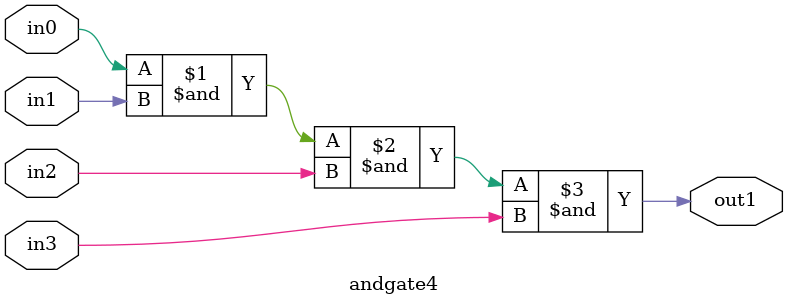
<source format=v>
`timescale 1ns / 1ps


module andgate4 
        (
    input in0,
    input in1,
    input in2,
    input in3,
    output out1
    );

    assign out1 = in0 & in1 & in2 & in3;
endmodule

</source>
